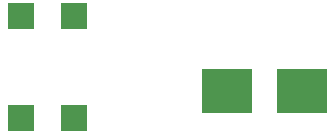
<source format=gtp>
G04*
G04 #@! TF.GenerationSoftware,Altium Limited,Altium Designer,24.6.1 (21)*
G04*
G04 Layer_Color=8421504*
%FSLAX44Y44*%
%MOMM*%
G71*
G04*
G04 #@! TF.SameCoordinates,0C7A953C-3CFA-4B2B-8ADC-03269437489E*
G04*
G04*
G04 #@! TF.FilePolarity,Positive*
G04*
G01*
G75*
%ADD15R,2.2000X2.2000*%
%ADD16R,4.2400X3.8100*%
D15*
X335691Y269600D02*
D03*
Y355600D02*
D03*
X290692D02*
D03*
Y269600D02*
D03*
D16*
X528420Y292100D02*
D03*
X464720D02*
D03*
M02*

</source>
